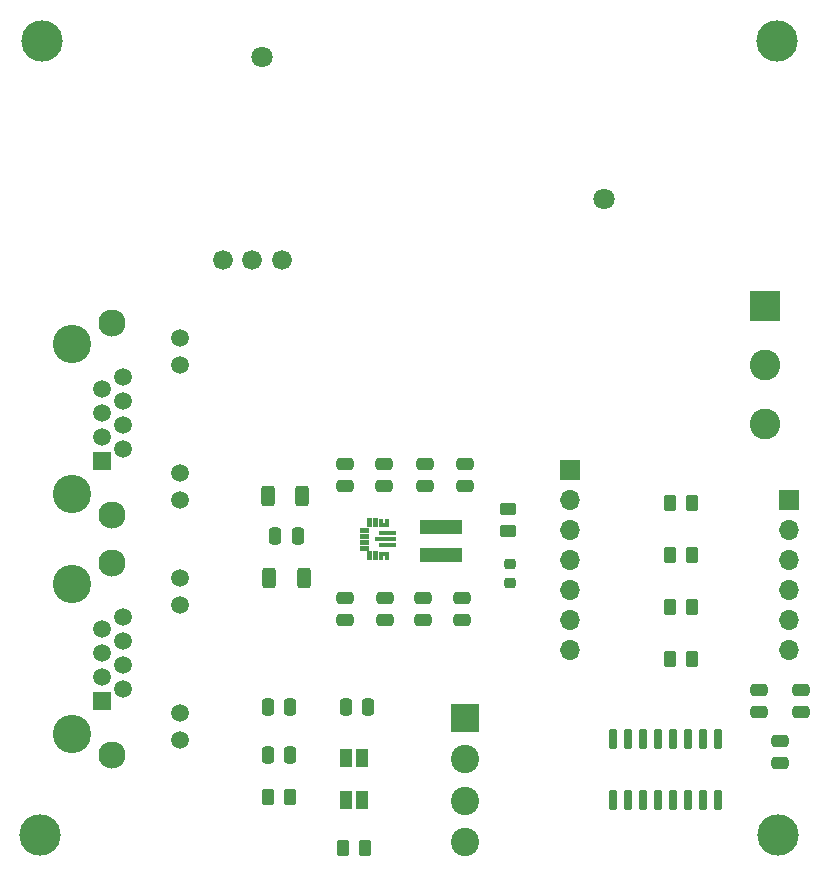
<source format=gbr>
%TF.GenerationSoftware,KiCad,Pcbnew,7.0.9*%
%TF.CreationDate,2024-04-08T21:40:24-04:00*%
%TF.ProjectId,WIRED-NAU7802-board-revB1,57495245-442d-44e4-9155-373830322d62,Rev B1*%
%TF.SameCoordinates,Original*%
%TF.FileFunction,Soldermask,Top*%
%TF.FilePolarity,Negative*%
%FSLAX46Y46*%
G04 Gerber Fmt 4.6, Leading zero omitted, Abs format (unit mm)*
G04 Created by KiCad (PCBNEW 7.0.9) date 2024-04-08 21:40:24*
%MOMM*%
%LPD*%
G01*
G04 APERTURE LIST*
G04 Aperture macros list*
%AMRoundRect*
0 Rectangle with rounded corners*
0 $1 Rounding radius*
0 $2 $3 $4 $5 $6 $7 $8 $9 X,Y pos of 4 corners*
0 Add a 4 corners polygon primitive as box body*
4,1,4,$2,$3,$4,$5,$6,$7,$8,$9,$2,$3,0*
0 Add four circle primitives for the rounded corners*
1,1,$1+$1,$2,$3*
1,1,$1+$1,$4,$5*
1,1,$1+$1,$6,$7*
1,1,$1+$1,$8,$9*
0 Add four rect primitives between the rounded corners*
20,1,$1+$1,$2,$3,$4,$5,0*
20,1,$1+$1,$4,$5,$6,$7,0*
20,1,$1+$1,$6,$7,$8,$9,0*
20,1,$1+$1,$8,$9,$2,$3,0*%
G04 Aperture macros list end*
%ADD10C,0.010000*%
%ADD11C,3.250000*%
%ADD12R,1.500000X1.500000*%
%ADD13C,1.500000*%
%ADD14C,2.300000*%
%ADD15C,1.680000*%
%ADD16C,1.800000*%
%ADD17RoundRect,0.102000X-1.700000X0.490000X-1.700000X-0.490000X1.700000X-0.490000X1.700000X0.490000X0*%
%ADD18RoundRect,0.250000X0.250000X0.475000X-0.250000X0.475000X-0.250000X-0.475000X0.250000X-0.475000X0*%
%ADD19RoundRect,0.250000X-0.262500X-0.450000X0.262500X-0.450000X0.262500X0.450000X-0.262500X0.450000X0*%
%ADD20R,1.000000X1.500000*%
%ADD21RoundRect,0.250000X-0.475000X0.250000X-0.475000X-0.250000X0.475000X-0.250000X0.475000X0.250000X0*%
%ADD22RoundRect,0.250000X-0.250000X-0.475000X0.250000X-0.475000X0.250000X0.475000X-0.250000X0.475000X0*%
%ADD23R,2.600000X2.600000*%
%ADD24C,2.600000*%
%ADD25C,3.500000*%
%ADD26RoundRect,0.250000X0.312500X0.625000X-0.312500X0.625000X-0.312500X-0.625000X0.312500X-0.625000X0*%
%ADD27RoundRect,0.250000X-0.450000X0.262500X-0.450000X-0.262500X0.450000X-0.262500X0.450000X0.262500X0*%
%ADD28RoundRect,0.250000X0.475000X-0.250000X0.475000X0.250000X-0.475000X0.250000X-0.475000X-0.250000X0*%
%ADD29R,1.700000X1.700000*%
%ADD30O,1.700000X1.700000*%
%ADD31RoundRect,0.218750X-0.256250X0.218750X-0.256250X-0.218750X0.256250X-0.218750X0.256250X0.218750X0*%
%ADD32R,2.400000X2.400000*%
%ADD33C,2.400000*%
%ADD34RoundRect,0.150000X-0.150000X0.725000X-0.150000X-0.725000X0.150000X-0.725000X0.150000X0.725000X0*%
G04 APERTURE END LIST*
%TO.C,U2*%
D10*
X152335500Y-112447000D02*
X151635500Y-112447000D01*
X151635500Y-112097000D01*
X152335500Y-112097000D01*
X152335500Y-112447000D01*
G36*
X152335500Y-112447000D02*
G01*
X151635500Y-112447000D01*
X151635500Y-112097000D01*
X152335500Y-112097000D01*
X152335500Y-112447000D01*
G37*
X152335500Y-112947000D02*
X151635500Y-112947000D01*
X151635500Y-112597000D01*
X152335500Y-112597000D01*
X152335500Y-112947000D01*
G36*
X152335500Y-112947000D02*
G01*
X151635500Y-112947000D01*
X151635500Y-112597000D01*
X152335500Y-112597000D01*
X152335500Y-112947000D01*
G37*
X152335500Y-113447000D02*
X151635500Y-113447000D01*
X151635500Y-113097000D01*
X152335500Y-113097000D01*
X152335500Y-113447000D01*
G36*
X152335500Y-113447000D02*
G01*
X151635500Y-113447000D01*
X151635500Y-113097000D01*
X152335500Y-113097000D01*
X152335500Y-113447000D01*
G37*
X152335500Y-113947000D02*
X151635500Y-113947000D01*
X151635500Y-113597000D01*
X152335500Y-113597000D01*
X152335500Y-113947000D01*
G36*
X152335500Y-113947000D02*
G01*
X151635500Y-113947000D01*
X151635500Y-113597000D01*
X152335500Y-113597000D01*
X152335500Y-113947000D01*
G37*
X152585500Y-111972000D02*
X152235500Y-111972000D01*
X152235500Y-111272000D01*
X152585500Y-111272000D01*
X152585500Y-111972000D01*
G36*
X152585500Y-111972000D02*
G01*
X152235500Y-111972000D01*
X152235500Y-111272000D01*
X152585500Y-111272000D01*
X152585500Y-111972000D01*
G37*
X152585500Y-114772000D02*
X152235500Y-114772000D01*
X152235500Y-114072000D01*
X152585500Y-114072000D01*
X152585500Y-114772000D01*
G36*
X152585500Y-114772000D02*
G01*
X152235500Y-114772000D01*
X152235500Y-114072000D01*
X152585500Y-114072000D01*
X152585500Y-114772000D01*
G37*
X153085500Y-111972000D02*
X152735500Y-111972000D01*
X152735500Y-111272000D01*
X153085500Y-111272000D01*
X153085500Y-111972000D01*
G36*
X153085500Y-111972000D02*
G01*
X152735500Y-111972000D01*
X152735500Y-111272000D01*
X153085500Y-111272000D01*
X153085500Y-111972000D01*
G37*
X153085500Y-114772000D02*
X152735500Y-114772000D01*
X152735500Y-114072000D01*
X153085500Y-114072000D01*
X153085500Y-114772000D01*
G36*
X153085500Y-114772000D02*
G01*
X152735500Y-114772000D01*
X152735500Y-114072000D01*
X153085500Y-114072000D01*
X153085500Y-114772000D01*
G37*
X154585500Y-113147000D02*
X152885500Y-113147000D01*
X152885500Y-112897000D01*
X154585500Y-112897000D01*
X154585500Y-113147000D01*
G36*
X154585500Y-113147000D02*
G01*
X152885500Y-113147000D01*
X152885500Y-112897000D01*
X154585500Y-112897000D01*
X154585500Y-113147000D01*
G37*
X154585500Y-112647000D02*
X153235500Y-112647000D01*
X153235500Y-112397000D01*
X154585500Y-112397000D01*
X154585500Y-112647000D01*
G36*
X154585500Y-112647000D02*
G01*
X153235500Y-112647000D01*
X153235500Y-112397000D01*
X154585500Y-112397000D01*
X154585500Y-112647000D01*
G37*
X154585500Y-113647000D02*
X153235500Y-113647000D01*
X153235500Y-113397000D01*
X154585500Y-113397000D01*
X154585500Y-113647000D01*
G36*
X154585500Y-113647000D02*
G01*
X153235500Y-113647000D01*
X153235500Y-113397000D01*
X154585500Y-113397000D01*
X154585500Y-113647000D01*
G37*
X154035500Y-114722000D02*
X153785500Y-114722000D01*
X153785500Y-114372000D01*
X153535500Y-114372000D01*
X153535500Y-114722000D01*
X153285500Y-114722000D01*
X153285500Y-114122000D01*
X154035500Y-114122000D01*
X154035500Y-114722000D01*
G36*
X154035500Y-114722000D02*
G01*
X153785500Y-114722000D01*
X153785500Y-114372000D01*
X153535500Y-114372000D01*
X153535500Y-114722000D01*
X153285500Y-114722000D01*
X153285500Y-114122000D01*
X154035500Y-114122000D01*
X154035500Y-114722000D01*
G37*
X153535500Y-111672000D02*
X153785500Y-111672000D01*
X153785500Y-111322000D01*
X154035500Y-111322000D01*
X154035500Y-111922000D01*
X153285500Y-111922000D01*
X153285500Y-111322000D01*
X153535500Y-111322000D01*
X153535500Y-111672000D01*
G36*
X153535500Y-111672000D02*
G01*
X153785500Y-111672000D01*
X153785500Y-111322000D01*
X154035500Y-111322000D01*
X154035500Y-111922000D01*
X153285500Y-111922000D01*
X153285500Y-111322000D01*
X153535500Y-111322000D01*
X153535500Y-111672000D01*
G37*
%TD*%
D11*
%TO.C,J6*%
X127258000Y-96522000D03*
X127258000Y-109222000D03*
D12*
X129798000Y-106432000D03*
D13*
X131578000Y-105416000D03*
X129798000Y-104400000D03*
X131578000Y-103384000D03*
X129798000Y-102368000D03*
X131578000Y-101352000D03*
X129798000Y-100336000D03*
X131578000Y-99320000D03*
X136398000Y-109732000D03*
X136398000Y-107442000D03*
X136398000Y-98302000D03*
X136398000Y-96012000D03*
D14*
X130688000Y-111002000D03*
X130688000Y-94742000D03*
%TD*%
D11*
%TO.C,J4*%
X127258000Y-116842000D03*
X127258000Y-129542000D03*
D12*
X129798000Y-126752000D03*
D13*
X131578000Y-125736000D03*
X129798000Y-124720000D03*
X131578000Y-123704000D03*
X129798000Y-122688000D03*
X131578000Y-121672000D03*
X129798000Y-120656000D03*
X131578000Y-119640000D03*
X136398000Y-130052000D03*
X136398000Y-127762000D03*
X136398000Y-118622000D03*
X136398000Y-116332000D03*
D14*
X130688000Y-131322000D03*
X130688000Y-115062000D03*
%TD*%
D15*
%TO.C,IC1*%
X140044000Y-89436000D03*
X142544000Y-89436000D03*
X145044000Y-89436000D03*
D16*
X143344000Y-72236000D03*
X172344000Y-84236000D03*
%TD*%
D17*
%TO.C,L1*%
X158507000Y-112003000D03*
X158507000Y-114373000D03*
%TD*%
D18*
%TO.C,C12*%
X146371000Y-112772000D03*
X144471000Y-112772000D03*
%TD*%
D19*
%TO.C,R1*%
X177903500Y-109982000D03*
X179728500Y-109982000D03*
%TD*%
%TO.C,R9*%
X150217500Y-139186000D03*
X152042500Y-139186000D03*
%TD*%
D20*
%TO.C,JP2*%
X150480000Y-135122000D03*
X151780000Y-135122000D03*
%TD*%
D21*
%TO.C,C15*%
X160285000Y-118014000D03*
X160285000Y-119914000D03*
%TD*%
D22*
%TO.C,C1*%
X150434000Y-127248000D03*
X152334000Y-127248000D03*
%TD*%
D23*
%TO.C,J5*%
X185928000Y-93298000D03*
D24*
X185928000Y-98298000D03*
X185928000Y-103298000D03*
%TD*%
D25*
%TO.C,H2*%
X186944000Y-70866000D03*
%TD*%
D20*
%TO.C,JP1*%
X150480000Y-131572000D03*
X151780000Y-131572000D03*
%TD*%
D21*
%TO.C,C14*%
X156983000Y-118014000D03*
X156983000Y-119914000D03*
%TD*%
D26*
%TO.C,R4*%
X146761500Y-109378000D03*
X143836500Y-109378000D03*
%TD*%
D27*
%TO.C,R5*%
X164169000Y-110497500D03*
X164169000Y-112322500D03*
%TD*%
D28*
%TO.C,C4*%
X150379000Y-108550000D03*
X150379000Y-106650000D03*
%TD*%
D29*
%TO.C,J3*%
X187960000Y-109728000D03*
D30*
X187960000Y-112268000D03*
X187960000Y-114808000D03*
X187960000Y-117348000D03*
X187960000Y-119888000D03*
X187960000Y-122428000D03*
%TD*%
D26*
%TO.C,R3*%
X146883500Y-116328000D03*
X143958500Y-116328000D03*
%TD*%
D25*
%TO.C,H3*%
X187076000Y-138084000D03*
%TD*%
D29*
%TO.C,J2*%
X169418000Y-107183000D03*
D30*
X169418000Y-109723000D03*
X169418000Y-112263000D03*
X169418000Y-114803000D03*
X169418000Y-117343000D03*
X169418000Y-119883000D03*
X169418000Y-122423000D03*
%TD*%
D21*
%TO.C,C13*%
X153790300Y-118014000D03*
X153790300Y-119914000D03*
%TD*%
D28*
%TO.C,C3*%
X188976000Y-127696000D03*
X188976000Y-125796000D03*
%TD*%
%TO.C,C6*%
X157128600Y-108550000D03*
X157128600Y-106650000D03*
%TD*%
%TO.C,C7*%
X160539000Y-108550000D03*
X160539000Y-106650000D03*
%TD*%
D21*
%TO.C,C11*%
X150379000Y-118014000D03*
X150379000Y-119914000D03*
%TD*%
D19*
%TO.C,R6*%
X177903500Y-118787300D03*
X179728500Y-118787300D03*
%TD*%
D28*
%TO.C,C8*%
X187198000Y-132014000D03*
X187198000Y-130114000D03*
%TD*%
D25*
%TO.C,H1*%
X124714000Y-70866000D03*
%TD*%
D28*
%TO.C,C2*%
X185420000Y-127696000D03*
X185420000Y-125796000D03*
%TD*%
D19*
%TO.C,R7*%
X177903500Y-123190000D03*
X179728500Y-123190000D03*
%TD*%
D25*
%TO.C,H4*%
X124592000Y-138084000D03*
%TD*%
D22*
%TO.C,C9*%
X143830000Y-127248000D03*
X145730000Y-127248000D03*
%TD*%
D19*
%TO.C,R8*%
X143867500Y-134874000D03*
X145692500Y-134874000D03*
%TD*%
D28*
%TO.C,C5*%
X153718100Y-108550000D03*
X153718100Y-106650000D03*
%TD*%
D31*
%TO.C,D1*%
X164349000Y-115194500D03*
X164349000Y-116769500D03*
%TD*%
D32*
%TO.C,J1*%
X160528000Y-128184000D03*
D33*
X160528000Y-131684000D03*
X160528000Y-135184000D03*
X160528000Y-138684000D03*
%TD*%
D19*
%TO.C,R2*%
X177903500Y-114384700D03*
X179728500Y-114384700D03*
%TD*%
D34*
%TO.C,U1*%
X181991000Y-130013000D03*
X180721000Y-130013000D03*
X179451000Y-130013000D03*
X178181000Y-130013000D03*
X176911000Y-130013000D03*
X175641000Y-130013000D03*
X174371000Y-130013000D03*
X173101000Y-130013000D03*
X173101000Y-135163000D03*
X174371000Y-135163000D03*
X175641000Y-135163000D03*
X176911000Y-135163000D03*
X178181000Y-135163000D03*
X179451000Y-135163000D03*
X180721000Y-135163000D03*
X181991000Y-135163000D03*
%TD*%
D22*
%TO.C,C10*%
X143830000Y-131350000D03*
X145730000Y-131350000D03*
%TD*%
M02*

</source>
